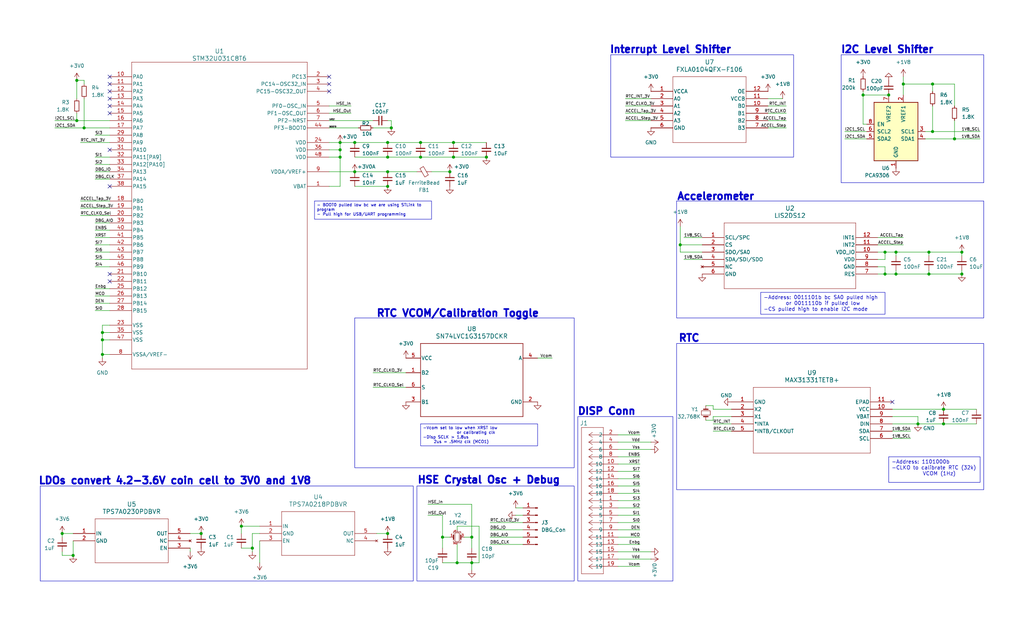
<source format=kicad_sch>
(kicad_sch (version 20231120) (generator "eeschema") (generator_version "8.0")
  (paper "USLegal")
  (title_block (title "MIP Watch") (rev "1.0") (company "ForgetfulDuck"))
  (junction (at 118.11 52.07))
  (junction (at 311.15 87.63))
  (junction (at 323.85 45.72))
  (junction (at 134.62 59.69))
  (junction (at 87.63 190.5))
  (junction (at 35.56 115.57))
  (junction (at 323.85 29.21))
  (junction (at 134.62 54.61))
  (junction (at 313.69 29.21))
  (junction (at 29.21 44.45))
  (junction (at 334.01 95.25))
  (junction (at 334.01 87.63))
  (junction (at 308.61 33.02))
  (junction (at 134.62 64.77))
  (junction (at 156.21 59.69))
  (junction (at 327.66 142.24))
  (junction (at 157.48 49.53))
  (junction (at 158.75 195.58))
  (junction (at 168.91 54.61))
  (junction (at 35.56 118.11))
  (junction (at 146.05 49.53))
  (junction (at 83.82 182.88))
  (junction (at 163.83 186.69))
  (junction (at 311.15 95.25))
  (junction (at 163.83 195.58))
  (junction (at 146.05 54.61))
  (junction (at 307.34 87.63))
  (junction (at 153.67 186.69))
  (junction (at 322.58 95.25))
  (junction (at 331.47 48.26))
  (junction (at 21.59 185.42))
  (junction (at 123.19 59.69))
  (junction (at 157.48 54.61))
  (junction (at 35.56 123.19))
  (junction (at 134.62 185.42))
  (junction (at 26.67 27.94))
  (junction (at 25.4 193.04))
  (junction (at 26.67 41.91))
  (junction (at 69.85 185.42))
  (junction (at 322.58 87.63))
  (junction (at 236.22 85.09))
  (junction (at 299.72 33.02))
  (junction (at 307.34 95.25))
  (junction (at 123.19 49.53))
  (junction (at 318.77 147.32))
  (junction (at 135.89 44.45))
  (junction (at 118.11 54.61))
  (junction (at 118.11 49.53))
  (junction (at 327.66 147.32))
  (junction (at 134.62 49.53))
  (no_connect (at 38.1 95.25))
  (no_connect (at 38.1 29.21))
  (no_connect (at 38.1 52.07))
  (no_connect (at 309.88 139.7))
  (no_connect (at 114.3 26.67))
  (no_connect (at 38.1 26.67))
  (no_connect (at 38.1 31.75))
  (no_connect (at 38.1 64.77))
  (no_connect (at 114.3 29.21))
  (no_connect (at 38.1 34.29))
  (no_connect (at 38.1 39.37))
  (no_connect (at 38.1 97.79))
  (no_connect (at 38.1 36.83))
  (no_connect (at 114.3 31.75))
  (wire (pts (xy 87.63 185.42) (xy 90.17 185.42)))
  (wire (pts (xy 299.72 33.02) (xy 299.72 43.18)))
  (wire (pts (xy 25.4 187.96) (xy 25.4 193.04)))
  (wire (pts (xy 339.09 147.32) (xy 327.66 147.32)))
  (wire (pts (xy 134.62 185.42) (xy 130.81 185.42)))
  (wire (pts (xy 87.63 190.5) (xy 87.63 185.42)))
  (wire (pts (xy 236.22 87.63) (xy 243.84 87.63)))
  (wire (pts (xy 35.56 115.57) (xy 35.56 118.11)))
  (wire (pts (xy 307.34 90.17) (xy 307.34 87.63)))
  (wire (pts (xy 90.17 187.96) (xy 90.17 195.58)))
  (wire (pts (xy 322.58 95.25) (xy 334.01 95.25)))
  (wire (pts (xy 323.85 45.72) (xy 321.31 45.72)))
  (wire (pts (xy 33.02 82.55) (xy 38.1 82.55)))
  (wire (pts (xy 170.18 184.15) (xy 181.61 184.15)))
  (wire (pts (xy 222.25 181.61) (xy 214.63 181.61)))
  (wire (pts (xy 318.77 144.78) (xy 318.77 147.32)))
  (wire (pts (xy 21.59 191.77) (xy 21.59 193.04)))
  (wire (pts (xy 334.01 95.25) (xy 334.01 93.98)))
  (wire (pts (xy 21.59 185.42) (xy 21.59 186.69)))
  (wire (pts (xy 222.25 176.53) (xy 214.63 176.53)))
  (wire (pts (xy 33.02 80.01) (xy 38.1 80.01)))
  (wire (pts (xy 26.67 27.94) (xy 29.21 27.94)))
  (wire (pts (xy 134.62 41.91) (xy 135.89 41.91)))
  (wire (pts (xy 311.15 93.98) (xy 311.15 95.25)))
  (wire (pts (xy 313.69 29.21) (xy 313.69 33.02)))
  (wire (pts (xy 118.11 54.61) (xy 118.11 52.07)))
  (wire (pts (xy 340.36 45.72) (xy 323.85 45.72)))
  (wire (pts (xy 35.56 123.19) (xy 35.56 124.46)))
  (wire (pts (xy 153.67 195.58) (xy 158.75 195.58)))
  (wire (pts (xy 25.4 185.42) (xy 21.59 185.42)))
  (wire (pts (xy 226.06 194.31) (xy 214.63 194.31)))
  (wire (pts (xy 217.17 41.91) (xy 226.06 41.91)))
  (wire (pts (xy 222.25 163.83) (xy 214.63 163.83)))
  (wire (pts (xy 222.25 158.75) (xy 214.63 158.75)))
  (wire (pts (xy 299.72 43.18) (xy 300.99 43.18)))
  (wire (pts (xy 153.67 186.69) (xy 156.21 186.69)))
  (wire (pts (xy 222.25 184.15) (xy 214.63 184.15)))
  (wire (pts (xy 300.99 48.26) (xy 293.37 48.26)))
  (wire (pts (xy 33.02 102.87) (xy 38.1 102.87)))
  (wire (pts (xy 33.02 77.47) (xy 38.1 77.47)))
  (wire (pts (xy 222.25 196.85) (xy 214.63 196.85)))
  (wire (pts (xy 222.25 166.37) (xy 214.63 166.37)))
  (wire (pts (xy 217.17 36.83) (xy 226.06 36.83)))
  (wire (pts (xy 254 149.86) (xy 247.65 149.86)))
  (wire (pts (xy 33.02 87.63) (xy 38.1 87.63)))
  (wire (pts (xy 33.02 62.23) (xy 38.1 62.23)))
  (wire (pts (xy 35.56 115.57) (xy 38.1 115.57)))
  (wire (pts (xy 170.18 189.23) (xy 181.61 189.23)))
  (wire (pts (xy 158.75 182.88) (xy 166.37 182.88)))
  (wire (pts (xy 149.86 59.69) (xy 156.21 59.69)))
  (wire (pts (xy 245.11 140.97) (xy 247.65 140.97)))
  (wire (pts (xy 331.47 41.91) (xy 331.47 48.26)))
  (wire (pts (xy 83.82 182.88) (xy 83.82 185.42)))
  (wire (pts (xy 33.02 107.95) (xy 38.1 107.95)))
  (wire (pts (xy 237.49 90.17) (xy 243.84 90.17)))
  (wire (pts (xy 38.1 72.39) (xy 27.94 72.39)))
  (wire (pts (xy 316.23 152.4) (xy 309.88 152.4)))
  (wire (pts (xy 153.67 190.5) (xy 153.67 186.69)))
  (wire (pts (xy 181.61 176.53) (xy 179.07 176.53)))
  (wire (pts (xy 247.65 142.24) (xy 254 142.24)))
  (wire (pts (xy 247.65 140.97) (xy 247.65 142.24)))
  (wire (pts (xy 236.22 78.74) (xy 236.22 85.09)))
  (wire (pts (xy 191.77 124.46) (xy 186.69 124.46)))
  (wire (pts (xy 148.59 179.07) (xy 153.67 179.07)))
  (wire (pts (xy 123.19 59.69) (xy 134.62 59.69)))
  (wire (pts (xy 313.69 29.21) (xy 323.85 29.21)))
  (wire (pts (xy 222.25 173.99) (xy 214.63 173.99)))
  (wire (pts (xy 33.02 90.17) (xy 38.1 90.17)))
  (wire (pts (xy 222.25 189.23) (xy 214.63 189.23)))
  (wire (pts (xy 26.67 34.29) (xy 26.67 27.94)))
  (wire (pts (xy 66.04 190.5) (xy 66.04 191.77)))
  (wire (pts (xy 323.85 29.21) (xy 323.85 31.75)))
  (wire (pts (xy 331.47 36.83) (xy 331.47 29.21)))
  (wire (pts (xy 21.59 193.04) (xy 25.4 193.04)))
  (wire (pts (xy 118.11 64.77) (xy 118.11 54.61)))
  (wire (pts (xy 33.02 85.09) (xy 38.1 85.09)))
  (wire (pts (xy 134.62 54.61) (xy 146.05 54.61)))
  (wire (pts (xy 153.67 179.07) (xy 153.67 186.69)))
  (wire (pts (xy 33.02 59.69) (xy 38.1 59.69)))
  (wire (pts (xy 163.83 198.12) (xy 163.83 195.58)))
  (wire (pts (xy 166.37 195.58) (xy 163.83 195.58)))
  (wire (pts (xy 217.17 39.37) (xy 226.06 39.37)))
  (wire (pts (xy 254 147.32) (xy 247.65 147.32)))
  (wire (pts (xy 134.62 59.69) (xy 144.78 59.69)))
  (wire (pts (xy 83.82 190.5) (xy 87.63 190.5)))
  (wire (pts (xy 307.34 87.63) (xy 311.15 87.63)))
  (wire (pts (xy 245.11 146.05) (xy 247.65 146.05)))
  (wire (pts (xy 300.99 45.72) (xy 293.37 45.72)))
  (wire (pts (xy 309.88 147.32) (xy 318.77 147.32)))
  (wire (pts (xy 38.1 113.03) (xy 35.56 113.03)))
  (wire (pts (xy 114.3 59.69) (xy 123.19 59.69)))
  (wire (pts (xy 33.02 100.33) (xy 38.1 100.33)))
  (wire (pts (xy 222.25 171.45) (xy 214.63 171.45)))
  (wire (pts (xy 273.05 41.91) (xy 266.7 41.91)))
  (wire (pts (xy 33.02 46.99) (xy 38.1 46.99)))
  (wire (pts (xy 35.56 113.03) (xy 35.56 115.57)))
  (wire (pts (xy 163.83 175.26) (xy 163.83 186.69)))
  (wire (pts (xy 33.02 57.15) (xy 38.1 57.15)))
  (wire (pts (xy 304.8 90.17) (xy 307.34 90.17)))
  (wire (pts (xy 114.3 49.53) (xy 118.11 49.53)))
  (wire (pts (xy 123.19 49.53) (xy 134.62 49.53)))
  (wire (pts (xy 66.04 185.42) (xy 69.85 185.42)))
  (wire (pts (xy 304.8 87.63) (xy 307.34 87.63)))
  (wire (pts (xy 318.77 144.78) (xy 309.88 144.78)))
  (wire (pts (xy 247.65 144.78) (xy 254 144.78)))
  (wire (pts (xy 148.59 175.26) (xy 163.83 175.26)))
  (wire (pts (xy 123.19 54.61) (xy 134.62 54.61)))
  (wire (pts (xy 217.17 34.29) (xy 226.06 34.29)))
  (wire (pts (xy 129.54 129.54) (xy 140.97 129.54)))
  (wire (pts (xy 170.18 186.69) (xy 181.61 186.69)))
  (wire (pts (xy 33.02 105.41) (xy 38.1 105.41)))
  (wire (pts (xy 236.22 85.09) (xy 236.22 87.63)))
  (wire (pts (xy 311.15 87.63) (xy 311.15 88.9)))
  (wire (pts (xy 158.75 195.58) (xy 163.83 195.58)))
  (wire (pts (xy 114.3 52.07) (xy 118.11 52.07)))
  (wire (pts (xy 334.01 87.63) (xy 334.01 88.9)))
  (wire (pts (xy 273.05 44.45) (xy 266.7 44.45)))
  (wire (pts (xy 33.02 54.61) (xy 38.1 54.61)))
  (wire (pts (xy 38.1 69.85) (xy 27.94 69.85)))
  (wire (pts (xy 307.34 95.25) (xy 311.15 95.25)))
  (wire (pts (xy 321.31 48.26) (xy 331.47 48.26)))
  (wire (pts (xy 339.09 142.24) (xy 327.66 142.24)))
  (wire (pts (xy 226.06 191.77) (xy 214.63 191.77)))
  (wire (pts (xy 170.18 181.61) (xy 181.61 181.61)))
  (wire (pts (xy 135.89 41.91) (xy 135.89 44.45)))
  (wire (pts (xy 322.58 93.98) (xy 322.58 95.25)))
  (wire (pts (xy 266.7 34.29) (xy 271.78 34.29)))
  (wire (pts (xy 237.49 82.55) (xy 243.84 82.55)))
  (wire (pts (xy 35.56 118.11) (xy 35.56 123.19)))
  (wire (pts (xy 38.1 123.19) (xy 35.56 123.19)))
  (wire (pts (xy 114.3 54.61) (xy 118.11 54.61)))
  (wire (pts (xy 158.75 182.88) (xy 158.75 184.15)))
  (wire (pts (xy 166.37 182.88) (xy 166.37 195.58)))
  (wire (pts (xy 26.67 39.37) (xy 26.67 41.91)))
  (wire (pts (xy 222.25 186.69) (xy 214.63 186.69)))
  (wire (pts (xy 146.05 49.53) (xy 157.48 49.53)))
  (wire (pts (xy 307.34 95.25) (xy 304.8 95.25)))
  (wire (pts (xy 29.21 34.29) (xy 29.21 44.45)))
  (wire (pts (xy 307.34 92.71) (xy 307.34 95.25)))
  (wire (pts (xy 157.48 54.61) (xy 168.91 54.61)))
  (wire (pts (xy 322.58 87.63) (xy 322.58 88.9)))
  (wire (pts (xy 35.56 118.11) (xy 38.1 118.11)))
  (wire (pts (xy 90.17 182.88) (xy 83.82 182.88)))
  (wire (pts (xy 114.3 36.83) (xy 121.92 36.83)))
  (wire (pts (xy 33.02 92.71) (xy 38.1 92.71)))
  (wire (pts (xy 38.1 49.53) (xy 27.94 49.53)))
  (wire (pts (xy 87.63 191.77) (xy 87.63 190.5)))
  (wire (pts (xy 157.48 49.53) (xy 168.91 49.53)))
  (wire (pts (xy 222.25 168.91) (xy 214.63 168.91)))
  (wire (pts (xy 181.61 179.07) (xy 179.07 179.07)))
  (wire (pts (xy 273.05 36.83) (xy 266.7 36.83)))
  (wire (pts (xy 304.8 85.09) (xy 313.69 85.09)))
  (wire (pts (xy 129.54 134.62) (xy 140.97 134.62)))
  (wire (pts (xy 123.19 64.77) (xy 134.62 64.77)))
  (wire (pts (xy 311.15 87.63) (xy 322.58 87.63)))
  (wire (pts (xy 309.88 142.24) (xy 327.66 142.24)))
  (wire (pts (xy 114.3 39.37) (xy 121.92 39.37)))
  (wire (pts (xy 146.05 54.61) (xy 157.48 54.61)))
  (wire (pts (xy 118.11 49.53) (xy 123.19 49.53)))
  (wire (pts (xy 299.72 31.75) (xy 299.72 33.02)))
  (wire (pts (xy 331.47 29.21) (xy 323.85 29.21)))
  (wire (pts (xy 304.8 82.55) (xy 313.69 82.55)))
  (wire (pts (xy 318.77 147.32) (xy 327.66 147.32)))
  (wire (pts (xy 118.11 52.07) (xy 118.11 49.53)))
  (wire (pts (xy 304.8 92.71) (xy 307.34 92.71)))
  (wire (pts (xy 331.47 48.26) (xy 340.36 48.26)))
  (wire (pts (xy 114.3 64.77) (xy 118.11 64.77)))
  (wire (pts (xy 247.65 144.78) (xy 247.65 146.05)))
  (wire (pts (xy 273.05 39.37) (xy 266.7 39.37)))
  (wire (pts (xy 158.75 189.23) (xy 158.75 195.58)))
  (wire (pts (xy 163.83 190.5) (xy 163.83 186.69)))
  (wire (pts (xy 19.05 41.91) (xy 26.67 41.91)))
  (wire (pts (xy 226.06 153.67) (xy 214.63 153.67)))
  (wire (pts (xy 114.3 41.91) (xy 129.54 41.91)))
  (wire (pts (xy 308.61 33.02) (xy 299.72 33.02)))
  (wire (pts (xy 114.3 44.45) (xy 124.46 44.45)))
  (wire (pts (xy 311.15 95.25) (xy 322.58 95.25)))
  (wire (pts (xy 313.69 26.67) (xy 313.69 29.21)))
  (wire (pts (xy 19.05 44.45) (xy 29.21 44.45)))
  (wire (pts (xy 222.25 179.07) (xy 214.63 179.07)))
  (wire (pts (xy 226.06 156.21) (xy 214.63 156.21)))
  (wire (pts (xy 222.25 161.29) (xy 214.63 161.29)))
  (wire (pts (xy 222.25 151.13) (xy 214.63 151.13)))
  (wire (pts (xy 27.94 74.93) (xy 38.1 74.93)))
  (wire (pts (xy 323.85 36.83) (xy 323.85 45.72)))
  (wire (pts (xy 322.58 87.63) (xy 334.01 87.63)))
  (wire (pts (xy 29.21 44.45) (xy 38.1 44.45)))
  (wire (pts (xy 29.21 27.94) (xy 29.21 29.21)))
  (wire (pts (xy 134.62 49.53) (xy 146.05 49.53)))
  (wire (pts (xy 316.23 149.86) (xy 309.88 149.86)))
  (wire (pts (xy 26.67 41.91) (xy 38.1 41.91)))
  (wire (pts (xy 236.22 85.09) (xy 243.84 85.09)))
  (wire (pts (xy 161.29 186.69) (xy 163.83 186.69)))
  (wire (pts (xy 129.54 44.45) (xy 135.89 44.45)))
  (rectangle (start 292.1 19.05) (end 341.63 63.5))
  (rectangle (start 212.09 19.05) (end 275.59 54.61))
  (rectangle (start 234.95 69.85) (end 341.63 110.49))
  (rectangle (start 200.66 144.78) (end 233.68 201.93))
  (rectangle (start 234.95 119.38) (end 341.63 170.18))
  (rectangle (start 123.19 110.49) (end 199.39 162.56))
  (rectangle (start 13.97 168.91) (end 143.51 201.93))
  (rectangle (start 144.78 168.91) (end 199.39 201.93))
  (text_box "-Vcom set to low when XRST low\n			or calibrating clk\n-Disp SCLK > 1.8us\n	2us = .5MHz clk (MCO1)" (at 146.05 147.32 0) (size 40.64 7.62) (effects (font (size 1 1)) (justify left top)))
  (text_box "-Address: 1101000b\n-CLKO to calibrate RTC (32k)\n  		 VCOM (1Hz)" (at 308.61 158.75 0) (size 31.75 8.89) (effects (font (size 1.27 1.27)) (justify left top)))
  (text_box "-Address: 0011101b bc SA0 pulled high\n	   or 0011110b if pulled low\n-CS pulled high to enable I2C mode" (at 264.16 101.6 0) (size 43.18 7.62) (effects (font (size 1.27 1.27)) (justify left top)))
  (text_box "- BOOT0 pulled low bc we are using STLink to program\n- Pull high for USB/UART programming" (at 109.22 69.85 0) (size 40.64 6.35) (effects (font (size 1 1)) (justify left top)))
  (text "LDOs convert 4.2-3.6V coin cell to 3V0 and 1V8" (at 13.208 168.656 0) (effects (font (size 2.5 2.5) (thickness 0.6) (bold yes)) (justify left bottom)))
  (text "HSE Crystal Osc + Debug" (at 144.78 168.402 0) (effects (font (size 2.5 2.5) (thickness 0.6) (bold yes)) (justify left bottom)))
  (text "I2C Level Shifter" (at 291.846 18.796 0) (effects (font (size 2.5 2.5) (thickness 0.6) (bold yes)) (justify left bottom)))
  (text "RTC" (at 235.458 119.126 0) (effects (font (size 2.5 2.5) (thickness 0.6) (bold yes)) (justify left bottom)))
  (text "Interrupt Level Shifter" (at 211.582 18.796 0) (effects (font (size 2.5 2.5) (thickness 0.6) (bold yes)) (justify left bottom)))
  (text "RTC VCOM/Calibration Toggle" (at 130.556 110.49 0) (effects (font (size 2.5 2.5) (thickness 0.6) (bold yes)) (justify left bottom)))
  (text "DISP Conn" (at 200.406 144.526 0) (effects (font (size 2.5 2.5) (thickness 0.6) (bold yes)) (justify left bottom)))
  (text "Accelerometer" (at 234.95 69.85 0) (effects (font (size 2.5 2.5) (thickness 0.6) (bold yes)) (justify left bottom)))
  (label "SI4" (at 222.25 171.45 180) (effects (font (size 1 1))))
  (label "SI7" (at 33.02 85.09 0) (effects (font (size 1 1))))
  (label "ACCEL_Tap_3V" (at 217.17 39.37 0) (effects (font (size 1 1))))
  (label "SI6" (at 222.25 166.37 180) (effects (font (size 1 1))))
  (label "XRST" (at 33.02 82.55 0) (effects (font (size 1 1))))
  (label "I2C1_SDA" (at 293.37 48.26 0) (effects (font (size 1 1))))
  (label "MCO" (at 33.02 102.87 0) (effects (font (size 1 1))))
  (label "Vss" (at 222.25 156.21 180) (effects (font (size 1 1))))
  (label "HSE_Out" (at 121.92 39.37 180) (effects (font (size 1 1))))
  (label "HSE_In" (at 121.92 36.83 180) (effects (font (size 1 1))))
  (label "ENBS" (at 222.25 158.75 180) (effects (font (size 1 1))))
  (label "Enbg" (at 33.02 100.33 0) (effects (font (size 1 1))))
  (label "HSE_Out" (at 148.59 179.07 0) (effects (font (size 1 1))))
  (label "Vcom" (at 222.25 151.13 180) (effects (font (size 1 1))))
  (label "RTC_CLKO_3V" (at 129.54 129.54 0) (effects (font (size 1 1))))
  (label "DBG_IO" (at 170.18 184.15 0) (effects (font (size 1 1))))
  (label "RTC_CLKO_3V" (at 170.18 181.61 0) (effects (font (size 1 1))))
  (label "ACCEL_Tap_3V" (at 27.94 69.85 0) (effects (font (size 1 1))))
  (label "Vdd" (at 222.25 194.31 180) (effects (font (size 1 1))))
  (label "RTC_CLKO_Sel" (at 129.54 134.62 0) (effects (font (size 1 1))))
  (label "SI2" (at 222.25 176.53 180) (effects (font (size 1 1))))
  (label "RTC_INT_3V" (at 27.94 49.53 0) (effects (font (size 1 1))))
  (label "Vss" (at 222.25 191.77 180) (effects (font (size 1 1))))
  (label "DBG_CLK" (at 33.02 62.23 0) (effects (font (size 1 1))))
  (label "SI3" (at 222.25 173.99 180) (effects (font (size 1 1))))
  (label "SI3" (at 33.02 46.99 0) (effects (font (size 1 1))))
  (label "HSE_In" (at 148.59 175.26 0) (effects (font (size 1 1))))
  (label "DBG_AIO" (at 33.02 77.47 0) (effects (font (size 1 1))))
  (label "ACCEL_Step" (at 273.05 44.45 180) (effects (font (size 1 1))))
  (label "SI0" (at 222.25 181.61 180) (effects (font (size 1 1))))
  (label "1V8_SDA" (at 316.23 149.86 180) (effects (font (size 1 1))))
  (label "I2C1_SCL" (at 19.05 41.91 0) (effects (font (size 1 1))))
  (label "1V8_SCL" (at 316.23 152.4 180) (effects (font (size 1 1))))
  (label "DEN" (at 33.02 105.41 0) (effects (font (size 1 1))))
  (label "1V8_SCL" (at 237.49 82.55 0) (effects (font (size 1 1))))
  (label "I2C1_SDA" (at 19.05 44.45 0) (effects (font (size 1 1))))
  (label "SI2" (at 33.02 57.15 0) (effects (font (size 1 1))))
  (label "ACCEL_Tap" (at 273.05 41.91 180) (effects (font (size 1 1))))
  (label "1V8_SDA" (at 237.49 90.17 0) (effects (font (size 1 1))))
  (label "RTC_CLKO" (at 247.65 149.86 0) (effects (font (size 1 1))))
  (label "RTC_INT" (at 273.05 36.83 180) (effects (font (size 1 1))))
  (label "I2C1_SCL" (at 293.37 45.72 0) (effects (font (size 1 1))))
  (label "DBG_CLK" (at 170.18 189.23 0) (effects (font (size 1 1))))
  (label "1V8_SCL" (at 340.36 45.72 180) (effects (font (size 1 1))))
  (label "BOOT0" (at 114.3 44.45 0) (effects (font (size 0.5 0.5))))
  (label "1V8_SDA" (at 340.36 48.26 180) (effects (font (size 1 1))))
  (label "DBG_AIO" (at 170.18 186.69 0) (effects (font (size 1 1))))
  (label "SI4" (at 33.02 92.71 0) (effects (font (size 1 1))))
  (label "SI1" (at 222.25 179.07 180) (effects (font (size 1 1))))
  (label "RTC_CLKO_Sel" (at 27.94 74.93 0) (effects (font (size 1 1))))
  (label "SI5" (at 33.02 90.17 0) (effects (font (size 1 1))))
  (label "ACCEL_Tap" (at 313.69 82.55 180) (effects (font (size 1 1))))
  (label "SI7" (at 222.25 163.83 180) (effects (font (size 1 1))))
  (label "ENBS" (at 33.02 80.01 0) (effects (font (size 1 1))))
  (label "Vcom" (at 222.25 196.85 180) (effects (font (size 0.9525 0.9525))))
  (label "MCO" (at 222.25 186.69 180) (effects (font (size 1 1))))
  (label "RTC_CLKO_3V" (at 217.17 36.83 0) (effects (font (size 1 1))))
  (label "RTC_INT" (at 247.65 147.32 0) (effects (font (size 1 1))))
  (label "ACCEL_Step_3V" (at 217.17 41.91 0) (effects (font (size 1 1))))
  (label "ACCEL_Step" (at 313.69 85.09 180) (effects (font (size 1 1))))
  (label "DEN" (at 222.25 184.15 180) (effects (font (size 1 1))))
  (label "SI6" (at 33.02 87.63 0) (effects (font (size 1 1))))
  (label "ACCEL_Step_3V" (at 27.94 72.39 0) (effects (font (size 1 1))))
  (label "RTC_CLKO" (at 273.05 39.37 180) (effects (font (size 1 1))))
  (label "SI1" (at 33.02 54.61 0) (effects (font (size 1 1))))
  (label "DBG_IO" (at 33.02 59.69 0) (effects (font (size 1 1))))
  (label "SI0" (at 33.02 107.95 0) (effects (font (size 1 1))))
  (label "XRST" (at 222.25 161.29 180) (effects (font (size 1 1))))
  (label "NRST" (at 114.3 41.91 0) (effects (font (size 0.5 0.5))))
  (label "RTC_INT_3V" (at 217.17 34.29 0) (effects (font (size 1 1))))
  (label "SI5" (at 222.25 168.91 180) (effects (font (size 1 1))))
  (label "Vdd" (at 222.25 153.67 180) (effects (font (size 1 1))))
  (label "Vcom" (at 191.77 124.46 180) (effects (font (size 1 1))))
  (label "Enbg" (at 222.25 189.23 180) (effects (font (size 1 1))))
  (symbol (lib_id "power:GND") (at 243.84 95.25 0) (unit 1)
    (property "Reference" "#PWR014" (effects (hide yes)))
    (property "Value" "GND" (effects (hide yes)))
    (property "Description" "Power symbol creates a global label with name \"GND\" , ground" (effects (hide yes)))
  )
  (symbol (lib_id "power:+3V8") (at 66.04 191.77 180) (unit 1)
    (property "Reference" "#PWR05" (effects (hide yes)))
    (property "Value" "+3V6" (at 66.04 196.85 0))
    (property "Description" "Power symbol creates a global label with name \"+3V8\"" (effects (hide yes)))
  )
  (symbol (lib_id "power:+1V8") (at 236.22 78.74 0) (unit 1)
    (property "Reference" "#PWR015" (effects (hide yes)))
    (property "Value" "+1V8" (at 236.22 73.66 0))
    (property "Description" "Power symbol creates a global label with name \"+1V8\"" (effects (hide yes)))
  )
  (symbol (lib_id "Device:C_Small") (at 132.08 41.91 90) (unit 1)
    (property "Reference" "C17" (at 132.08 36.576 90))
    (property "Value" "100nF" (at 132.08 38.862 90))
    (property "Footprint" "Capacitor_SMD:C_0402_1005Metric" (effects (hide yes)))
    (property "Description" "Unpolarized capacitor, small symbol" (effects (hide yes)))
  )
  (symbol (lib_id "power:GND") (at 318.77 147.32 0) (mirror y) (unit 1)
    (property "Reference" "#PWR016" (effects (hide yes)))
    (property "Value" "GND" (at 322.58 148.844 0))
    (property "Description" "Power symbol creates a global label with name \"GND\" , ground" (effects (hide yes)))
  )
  (symbol (lib_id "power:GND") (at 25.4 193.04 0) (unit 1)
    (property "Reference" "#PWR02" (effects (hide yes)))
    (property "Value" "GND" (effects (hide yes)))
    (property "Description" "Power symbol creates a global label with name \"GND\" , ground" (effects (hide yes)))
  )
  (symbol (lib_id "power:GND") (at 254 139.7 270) (unit 1)
    (property "Reference" "#PWR048" (effects (hide yes)))
    (property "Value" "GND" (at 252.222 137.414 90))
    (property "Description" "Power symbol creates a global label with name \"GND\" , ground" (effects (hide yes)))
  )
  (symbol (lib_id "power:+3V0") (at 226.06 153.67 270) (unit 1)
    (property "Reference" "#PWR034" (effects (hide yes)))
    (property "Value" "+3V0" (at 227.076 152.4 0) (effects (justify right)))
    (property "Description" "Power symbol creates a global label with name \"+3V0\"" (effects (hide yes)))
  )
  (symbol (lib_id "power:+3V0") (at 140.97 124.46 0) (mirror y) (unit 1)
    (property "Reference" "#PWR031" (effects (hide yes)))
    (property "Value" "+3V0" (at 140.97 119.38 0))
    (property "Description" "Power symbol creates a global label with name \"+3V0\"" (effects (hide yes)))
  )
  (symbol (lib_id "power:GND") (at 186.69 139.7 0) (unit 1)
    (property "Reference" "#PWR042" (effects (hide yes)))
    (property "Value" "GND" (effects (hide yes)))
    (property "Description" "Power symbol creates a global label with name \"GND\" , ground" (effects (hide yes)))
  )
  (symbol (lib_id "power:GND") (at 308.61 27.94 0) (mirror x) (unit 1)
    (property "Reference" "#PWR045" (effects (hide yes)))
    (property "Value" "GND" (effects (hide yes)))
    (property "Description" "Power symbol creates a global label with name \"GND\" , ground" (effects (hide yes)))
  )
  (symbol (lib_id "power:GND") (at 334.01 95.25 0) (unit 1)
    (property "Reference" "#PWR07" (effects (hide yes)))
    (property "Value" "GND" (effects (hide yes)))
    (property "Description" "Power symbol creates a global label with name \"GND\" , ground" (effects (hide yes)))
  )
  (symbol (lib_id "LIS2DS12:LIS2DS12") (at 243.84 82.55 0) (unit 1)
    (property "Reference" "U2" (at 274.32 72.39 0) (effects (font (size 1.524 1.524))))
    (property "Value" "LIS2DS12" (at 274.32 74.93 0) (effects (font (size 1.524 1.524))))
    (property "Footprint" "LIS2DS12:LGA-12_2X2X0P86_STM" (effects (hide yes)))
    (property "Datasheet" "LIS2DS12" (effects (hide yes)))
  )
  (symbol (lib_id "power:+3V0") (at 226.06 194.31 270) (mirror x) (unit 1)
    (property "Reference" "#PWR035" (effects (hide yes)))
    (property "Value" "+3V0" (at 227.33 195.58 0) (effects (justify right)))
    (property "Description" "Power symbol creates a global label with name \"+3V0\"" (effects (hide yes)))
  )
  (symbol (lib_id "power:GND") (at 226.06 44.45 0) (unit 1)
    (property "Reference" "#PWR038" (effects (hide yes)))
    (property "Value" "GND" (at 226.06 49.53 0))
    (property "Description" "Power symbol creates a global label with name \"GND\" , ground" (effects (hide yes)))
  )
  (symbol (lib_id "Device:C_Small") (at 123.19 52.07 0) (unit 1)
    (property "Reference" "C9" (at 125.73 50.8062 0) (effects (justify left)))
    (property "Value" "100nF" (at 125.73 53.3462 0) (effects (justify left)))
    (property "Footprint" "Capacitor_SMD:C_0402_1005Metric" (effects (hide yes)))
    (property "Description" "Unpolarized capacitor, small symbol" (effects (hide yes)))
  )
  (symbol (lib_id "power:+1V8") (at 134.62 185.42 0) (unit 1)
    (property "Reference" "#PWR09" (effects (hide yes)))
    (property "Value" "+1V8" (at 134.62 180.34 0))
    (property "Description" "Power symbol creates a global label with name \"+1V8\"" (effects (hide yes)))
  )
  (symbol (lib_id "Device:C_Small") (at 311.15 91.44 0) (unit 1)
    (property "Reference" "C5" (at 313.69 90.1762 0) (effects (justify left)))
    (property "Value" "100nF" (at 313.69 92.7162 0) (effects (justify left)))
    (property "Footprint" "Capacitor_SMD:C_0402_1005Metric" (effects (hide yes)))
    (property "Description" "Unpolarized capacitor, small symbol" (effects (hide yes)))
  )
  (symbol (lib_id "power:GND") (at 226.06 156.21 90) (mirror x) (unit 1)
    (property "Reference" "#PWR037" (effects (hide yes)))
    (property "Value" "GND" (effects (hide yes)))
    (property "Description" "Power symbol creates a global label with name \"GND\" , ground" (effects (hide yes)))
  )
  (symbol (lib_id "FPC 19-pin, 0.3mm pitch:FH35C-19S-0.3SHW99") (at 214.63 151.13 0) (mirror y) (unit 1)
    (property "Reference" "J1" (at 204.216 147.066 0) (effects (font (size 1.524 1.524)) (justify left)))
    (property "Value" "FH35C-19S-0.3SHW99" (effects (hide yes)))
    (property "Footprint" "FPC 19-pin, 0.3mm pitch:CONN19_FH35C-19S-0.3SHW99_HIR" (effects (hide yes)))
    (property "Datasheet" "FH35C-19S-0.3SHW99" (effects (hide yes)))
  )
  (symbol (lib_id "Interface:PCA9306") (at 311.15 45.72 0) (mirror y) (unit 1)
    (property "Reference" "U6" (at 308.9559 58.42 0) (effects (justify left)))
    (property "Value" "PCA9306" (at 308.9559 60.96 0) (effects (justify left)))
    (property "Footprint" "Package_SO:SSOP-8_2.95x2.8mm_P0.65mm" (effects (hide yes)))
    (property "Datasheet" "http://www.ti.com/lit/ds/symlink/pca9306.pdf" (effects (hide yes)))
    (property "Description" "Dual bidirectional I2C Bus and SMBus voltage level translator" (effects (hide yes)))
  )
  (symbol (lib_id "power:GND") (at 35.56 124.46 0) (unit 1)
    (property "Reference" "#PWR026" (effects (hide yes)))
    (property "Value" "GND" (at 35.56 129.54 0))
    (property "Description" "Power symbol creates a global label with name \"GND\" , ground" (effects (hide yes)))
  )
  (symbol (lib_id "power:+3V0") (at 26.67 27.94 0) (unit 1)
    (property "Reference" "#PWR030" (effects (hide yes)))
    (property "Value" "+3V0" (at 26.67 22.86 0))
    (property "Description" "Power symbol creates a global label with name \"+3V0\"" (effects (hide yes)))
  )
  (symbol (lib_id "power:+3V8") (at 21.59 185.42 0) (unit 1)
    (property "Reference" "#PWR010" (effects (hide yes)))
    (property "Value" "+3V6" (at 21.59 180.34 0))
    (property "Description" "Power symbol creates a global label with name \"+3V8\"" (effects (hide yes)))
  )
  (symbol (lib_id "power:+3V0") (at 179.07 176.53 0) (mirror y) (unit 1)
    (property "Reference" "#PWR032" (effects (hide yes)))
    (property "Value" "+3V6" (at 179.07 171.45 0))
    (property "Description" "Power symbol creates a global label with name \"+3V0\"" (effects (hide yes)))
  )
  (symbol (lib_id "power:GND") (at 140.97 139.7 0) (unit 1)
    (property "Reference" "#PWR025" (effects (hide yes)))
    (property "Value" "GND" (effects (hide yes)))
    (property "Description" "Power symbol creates a global label with name \"GND\" , ground" (effects (hide yes)))
  )
  (symbol (lib_id "power:+3V0") (at 69.85 185.42 0) (unit 1)
    (property "Reference" "#PWR08" (effects (hide yes)))
    (property "Value" "+3V0" (at 69.85 180.34 0))
    (property "Description" "Power symbol creates a global label with name \"+3V0\"" (effects (hide yes)))
  )
  (symbol (lib_id "FXLA0104QFX:FXLA0104QFX-F106") (at 226.06 31.75 0) (unit 1)
    (property "Reference" "U7" (at 246.38 21.59 0) (effects (font (size 1.524 1.524))))
    (property "Value" "FXLA0104QFX-F106" (at 246.38 24.13 0) (effects (font (size 1.524 1.524))))
    (property "Footprint" "FXLA0104QFX:UMLP12_1P7X2_ONS" (effects (hide yes)))
    (property "Datasheet" "FXLA0104QFX-F106" (effects (hide yes)))
  )
  (symbol (lib_id "Device:R_Small") (at 331.47 39.37 0) (unit 1)
    (property "Reference" "R5" (at 334.01 38.0999 0) (effects (justify left)))
    (property "Value" "1.8K" (at 334.01 40.6399 0) (effects (justify left)))
    (property "Footprint" "Resistor_SMD:R_0402_1005Metric" (effects (hide yes)))
    (property "Description" "Resistor, small symbol" (effects (hide yes)))
  )
  (symbol (lib_id "Device:R_Small") (at 29.21 31.75 0) (unit 1)
    (property "Reference" "R4" (at 31.75 30.4799 0) (effects (justify left)))
    (property "Value" "1.8K" (at 31.75 33.0199 0) (effects (justify left)))
    (property "Footprint" "Resistor_SMD:R_0402_1005Metric" (effects (hide yes)))
    (property "Description" "Resistor, small symbol" (effects (hide yes)))
  )
  (symbol (lib_id "power:GND") (at 69.85 190.5 0) (unit 1)
    (property "Reference" "#PWR06" (effects (hide yes)))
    (property "Value" "GND" (effects (hide yes)))
    (property "Description" "Power symbol creates a global label with name \"GND\" , ground" (effects (hide yes)))
  )
  (symbol (lib_id "Device:Crystal_GND24_Small") (at 158.75 186.69 0) (unit 1)
    (property "Reference" "Y2" (at 159.004 179.07 0))
    (property "Value" "16MHz" (at 159.004 181.61 0))
    (property "Footprint" "Crystal:Crystal_SMD_3225-4Pin_3.2x2.5mm" (effects (hide yes)))
    (property "Description" "Four pin crystal, GND on pins 2 and 4, small symbol" (effects (hide yes)))
  )
  (symbol (lib_id "power:+3V8") (at 90.17 195.58 0) (mirror x) (unit 1)
    (property "Reference" "#PWR03" (effects (hide yes)))
    (property "Value" "+3V6" (at 90.17 200.66 0))
    (property "Description" "Power symbol creates a global label with name \"+3V8\"" (effects (hide yes)))
  )
  (symbol (lib_id "Device:C_Small") (at 327.66 144.78 0) (mirror y) (unit 1)
    (property "Reference" "C8" (at 325.12 143.5162 0) (effects (justify left)))
    (property "Value" "1uF" (at 325.12 146.0562 0) (effects (justify left)))
    (property "Footprint" "Capacitor_SMD:C_0402_1005Metric" (effects (hide yes)))
    (property "Description" "Unpolarized capacitor, small symbol" (effects (hide yes)))
  )
  (symbol (lib_id "Device:C_Small") (at 134.62 52.07 0) (unit 1)
    (property "Reference" "C10" (at 137.16 50.8062 0) (effects (justify left)))
    (property "Value" "100nF" (at 137.16 53.3462 0) (effects (justify left)))
    (property "Footprint" "Capacitor_SMD:C_0402_1005Metric" (effects (hide yes)))
    (property "Description" "Unpolarized capacitor, small symbol" (effects (hide yes)))
  )
  (symbol (lib_id "Device:C_Small") (at 157.48 52.07 0) (unit 1)
    (property "Reference" "C12" (at 160.02 50.8062 0) (effects (justify left)))
    (property "Value" "100nF" (at 160.02 53.3462 0) (effects (justify left)))
    (property "Footprint" "Capacitor_SMD:C_0402_1005Metric" (effects (hide yes)))
    (property "Description" "Unpolarized capacitor, small symbol" (effects (hide yes)))
  )
  (symbol (lib_id "Device:C_Small") (at 134.62 62.23 0) (unit 1)
    (property "Reference" "C15" (at 137.16 60.9662 0) (effects (justify left)))
    (property "Value" "1uF" (at 137.16 63.5062 0) (effects (justify left)))
    (property "Footprint" "Capacitor_SMD:C_0402_1005Metric" (effects (hide yes)))
    (property "Description" "Unpolarized capacitor, small symbol" (effects (hide yes)))
  )
  (symbol (lib_id "Device:C_Small") (at 123.19 62.23 0) (unit 1)
    (property "Reference" "C14" (at 125.73 60.9662 0) (effects (justify left)))
    (property "Value" "10nF" (at 125.73 63.5062 0) (effects (justify left)))
    (property "Footprint" "Capacitor_SMD:C_0402_1005Metric" (effects (hide yes)))
    (property "Description" "Unpolarized capacitor, small symbol" (effects (hide yes)))
  )
  (symbol (lib_id "power:+1V8") (at 334.01 87.63 0) (unit 1)
    (property "Reference" "#PWR011" (effects (hide yes)))
    (property "Value" "+1V8" (at 334.01 82.55 0))
    (property "Description" "Power symbol creates a global label with name \"+1V8\"" (effects (hide yes)))
  )
  (symbol (lib_id "power:GND") (at 168.91 54.61 0) (unit 1)
    (property "Reference" "#PWR028" (effects (hide yes)))
    (property "Value" "GND" (effects (hide yes)))
    (property "Description" "Power symbol creates a global label with name \"GND\" , ground" (effects (hide yes)))
  )
  (symbol (lib_id "power:+1V8") (at 327.66 142.24 0) (mirror y) (unit 1)
    (property "Reference" "#PWR017" (effects (hide yes)))
    (property "Value" "+1V8" (at 327.66 137.16 0))
    (property "Description" "Power symbol creates a global label with name \"+1V8\"" (effects (hide yes)))
  )
  (symbol (lib_id "Device:FerriteBead_Small") (at 147.32 59.69 90) (mirror x) (unit 1)
    (property "Reference" "FB1" (at 147.2819 66.04 90))
    (property "Value" "FerriteBead" (at 147.2819 63.5 90))
    (property "Footprint" "Inductor_SMD:L_0603_1608Metric" (effects (hide yes)))
    (property "Description" "Ferrite bead, small symbol" (effects (hide yes)))
  )
  (symbol (lib_id "power:GND") (at 156.21 64.77 0) (unit 1)
    (property "Reference" "#PWR012" (effects (hide yes)))
    (property "Value" "GND" (effects (hide yes)))
    (property "Description" "Power symbol creates a global label with name \"GND\" , ground" (effects (hide yes)))
  )
  (symbol (lib_id "power:+1V8") (at 313.69 26.67 0) (mirror y) (unit 1)
    (property "Reference" "#PWR024" (effects (hide yes)))
    (property "Value" "+1V8" (at 313.69 21.59 0))
    (property "Description" "Power symbol creates a global label with name \"+1V8\"" (effects (hide yes)))
  )
  (symbol (lib_id "power:+1V8") (at 271.78 34.29 0) (unit 1)
    (property "Reference" "#PWR041" (effects (hide yes)))
    (property "Value" "+1V8" (at 271.78 29.21 0))
    (property "Description" "Power symbol creates a global label with name \"+1V8\"" (effects (hide yes)))
  )
  (symbol (lib_id "Device:C_Small") (at 163.83 193.04 0) (unit 1)
    (property "Reference" "C18" (at 167.132 190.754 0) (effects (justify left)))
    (property "Value" "10pF" (at 167.132 193.294 0) (effects (justify left)))
    (property "Footprint" "Capacitor_SMD:C_0402_1005Metric" (effects (hide yes)))
    (property "Description" "Unpolarized capacitor, small symbol" (effects (hide yes)))
  )
  (symbol (lib_id "power:GND") (at 134.62 64.77 0) (unit 1)
    (property "Reference" "#PWR029" (effects (hide yes)))
    (property "Value" "GND" (effects (hide yes)))
    (property "Description" "Power symbol creates a global label with name \"GND\" , ground" (effects (hide yes)))
  )
  (symbol (lib_id "power:GND") (at 134.62 190.5 0) (unit 1)
    (property "Reference" "#PWR018" (effects (hide yes)))
    (property "Value" "GND" (effects (hide yes)))
    (property "Description" "Power symbol creates a global label with name \"GND\" , ground" (effects (hide yes)))
  )
  (symbol (lib_id "Device:R_Small") (at 26.67 36.83 0) (mirror y) (unit 1)
    (property "Reference" "R3" (at 24.13 35.5599 0) (effects (justify left)))
    (property "Value" "1.8K" (at 24.13 38.0999 0) (effects (justify left)))
    (property "Footprint" "Resistor_SMD:R_0402_1005Metric" (effects (hide yes)))
    (property "Description" "Resistor, small symbol" (effects (hide yes)))
  )
  (symbol (lib_id "Device:C_Small") (at 308.61 30.48 0) (mirror y) (unit 1)
    (property "Reference" "C20" (at 306.324 28.194 0) (effects (justify left)))
    (property "Value" "100pF" (at 306.832 30.734 0) (effects (justify left)))
    (property "Footprint" "Capacitor_SMD:C_0402_1005Metric" (effects (hide yes)))
    (property "Description" "Unpolarized capacitor, small symbol" (effects (hide yes)))
  )
  (symbol (lib_id "power:+3V8") (at 83.82 182.88 0) (unit 1)
    (property "Reference" "#PWR04" (effects (hide yes)))
    (property "Value" "+3V6" (at 83.82 177.8 0))
    (property "Description" "Power symbol creates a global label with name \"+3V8\"" (effects (hide yes)))
  )
  (symbol (lib_id "Device:Crystal_Small") (at 245.11 143.51 90) (unit 1)
    (property "Reference" "Y1" (at 242.57 142.2399 90) (effects (justify left)))
    (property "Value" "32.768K" (at 243.332 144.78 90) (effects (justify left)))
    (property "Footprint" "Crystal:Crystal_SMD_2012-2Pin_2.0x1.2mm" (effects (hide yes)))
    (property "Description" "Two pin crystal, small symbol" (effects (hide yes)))
  )
  (symbol (lib_id "power:+3V0") (at 123.19 59.69 0) (unit 1)
    (property "Reference" "#PWR033" (effects (hide yes)))
    (property "Value" "+3V0A" (at 127.254 57.912 0))
    (property "Description" "Power symbol creates a global label with name \"+3V0\"" (effects (hide yes)))
  )
  (symbol (lib_id "MAX31331TETB+:MAX31331TETB+") (at 254 139.7 0) (unit 1)
    (property "Reference" "U9" (at 281.94 129.54 0) (effects (font (size 1.524 1.524))))
    (property "Value" "MAX31331TETB+" (at 281.94 132.08 0) (effects (font (size 1.524 1.524))))
    (property "Footprint" "MAX31331TETB+:21-0137_T1033-1C_MXM" (effects (hide yes)))
    (property "Datasheet" "MAX31331TETB+" (effects (hide yes)))
  )
  (symbol (lib_id "Device:C_Small") (at 156.21 62.23 0) (unit 1)
    (property "Reference" "C16" (at 158.75 60.9662 0) (effects (justify left)))
    (property "Value" "1uF" (at 158.75 63.5062 0) (effects (justify left)))
    (property "Footprint" "Capacitor_SMD:C_0402_1005Metric" (effects (hide yes)))
    (property "Description" "Unpolarized capacitor, small symbol" (effects (hide yes)))
  )
  (symbol (lib_name "SN74LVC1G3157DCKR_1") (lib_id "SN74LVC1G3157DCKR:SN74LVC1G3157DCKR") (at 163.83 132.08 0) (unit 1)
    (property "Reference" "U8" (at 163.83 114.3 0) (effects (font (size 1.524 1.524))))
    (property "Value" "SN74LVC1G3157DCKR" (at 163.83 116.84 0) (effects (font (size 1.524 1.524))))
    (property "Footprint" "SN74LVC1G3157DCKR:DCK0006A_N" (effects (hide yes)))
    (property "Datasheet" "SN74LVC1G3157DCKR" (effects (hide yes)))
  )
  (symbol (lib_id "power:GND") (at 163.83 198.12 0) (unit 1)
    (property "Reference" "#PWR019" (effects (hide yes)))
    (property "Value" "GND" (effects (hide yes)))
    (property "Description" "Power symbol creates a global label with name \"GND\" , ground" (effects (hide yes)))
  )
  (symbol (lib_id "power:+3V0") (at 118.11 49.53 0) (unit 1)
    (property "Reference" "#PWR027" (effects (hide yes)))
    (property "Value" "+3V0" (at 121.412 47.498 0))
    (property "Description" "Power symbol creates a global label with name \"+3V0\"" (effects (hide yes)))
  )
  (symbol (lib_id "Device:R_Small") (at 323.85 34.29 0) (unit 1)
    (property "Reference" "R6" (at 326.39 33.0199 0) (effects (justify left)))
    (property "Value" "1.8K" (at 326.39 35.5599 0) (effects (justify left)))
    (property "Footprint" "Resistor_SMD:R_0402_1005Metric" (effects (hide yes)))
    (property "Description" "Resistor, small symbol" (effects (hide yes)))
  )
  (symbol (lib_id "power:GND") (at 135.89 44.45 0) (unit 1)
    (property "Reference" "#PWR020" (effects (hide yes)))
    (property "Value" "GND" (effects (hide yes)))
    (property "Description" "Power symbol creates a global label with name \"GND\" , ground" (effects (hide yes)))
  )
  (symbol (lib_id "Device:C_Small") (at 339.09 144.78 0) (mirror y) (unit 1)
    (property "Reference" "C7" (at 336.55 143.5162 0) (effects (justify left)))
    (property "Value" "100nF" (at 336.55 146.0562 0) (effects (justify left)))
    (property "Footprint" "Capacitor_SMD:C_0402_1005Metric" (effects (hide yes)))
    (property "Description" "Unpolarized capacitor, small symbol" (effects (hide yes)))
  )
  (symbol (lib_id "Device:C_Small") (at 322.58 91.44 0) (unit 1)
    (property "Reference" "C21" (at 325.12 90.1762 0) (effects (justify left)))
    (property "Value" "100nF" (at 325.12 92.7162 0) (effects (justify left)))
    (property "Footprint" "Capacitor_SMD:C_0402_1005Metric" (effects (hide yes)))
    (property "Description" "Unpolarized capacitor, small symbol" (effects (hide yes)))
  )
  (symbol (lib_id "LDO 3.0V Iq=25nA:TPS7A0230PDBVR") (at 25.4 185.42 0) (unit 1)
    (property "Reference" "U5" (at 45.72 175.26 0) (effects (font (size 1.524 1.524))))
    (property "Value" "TPS7A0230PDBVR" (at 45.72 177.8 0) (effects (font (size 1.524 1.524))))
    (property "Footprint" "LDO 3.0V Iq=25nA:SOT23_DBV_TEX" (effects (hide yes)))
    (property "Datasheet" "TPS7A0230PDBVR" (effects (hide yes)))
  )
  (symbol (lib_id "power:+3V0") (at 156.21 59.69 0) (unit 1)
    (property "Reference" "#PWR013" (effects (hide yes)))
    (property "Value" "+3V0" (at 160.274 57.912 0))
    (property "Description" "Power symbol creates a global label with name \"+3V0\"" (effects (hide yes)))
  )
  (symbol (lib_id "Device:C_Small") (at 146.05 52.07 0) (unit 1)
    (property "Reference" "C11" (at 148.59 50.8062 0) (effects (justify left)))
    (property "Value" "100nF" (at 148.59 53.3462 0) (effects (justify left)))
    (property "Footprint" "Capacitor_SMD:C_0402_1005Metric" (effects (hide yes)))
    (property "Description" "Unpolarized capacitor, small symbol" (effects (hide yes)))
  )
  (symbol (lib_id "Device:C_Small") (at 21.59 189.23 0) (unit 1)
    (property "Reference" "C2" (at 19.05 187.9662 0) (effects (justify right)))
    (property "Value" "1uF" (at 19.05 190.5062 0) (effects (justify right)))
    (property "Footprint" "Capacitor_SMD:C_0402_1005Metric" (effects (hide yes)))
    (property "Description" "Unpolarized capacitor, small symbol" (effects (hide yes)))
  )
  (symbol (lib_id "power:GND") (at 311.15 58.42 0) (mirror y) (unit 1)
    (property "Reference" "#PWR022" (effects (hide yes)))
    (property "Value" "GND" (effects (hide yes)))
    (property "Description" "Power symbol creates a global label with name \"GND\" , ground" (effects (hide yes)))
  )
  (symbol (lib_id "Device:C_Small") (at 168.91 52.07 0) (unit 1)
    (property "Reference" "C13" (at 171.45 50.8062 0) (effects (justify left)))
    (property "Value" "10uF" (at 171.45 53.3462 0) (effects (justify left)))
    (property "Footprint" "Capacitor_SMD:C_0603_1608Metric" (effects (hide yes)))
    (property "Description" "Unpolarized capacitor, small symbol" (effects (hide yes)))
  )
  (symbol (lib_id "Device:C_Small") (at 83.82 187.96 0) (unit 1)
    (property "Reference" "C1" (at 81.28 186.6962 0) (effects (justify right)))
    (property "Value" "1uF" (at 81.28 189.2362 0) (effects (justify right)))
    (property "Footprint" "Capacitor_SMD:C_0402_1005Metric" (effects (hide yes)))
    (property "Description" "Unpolarized capacitor, small symbol" (effects (hide yes)))
  )
  (symbol (lib_id "power:GND") (at 226.06 191.77 90) (mirror x) (unit 1)
    (property "Reference" "#PWR036" (effects (hide yes)))
    (property "Value" "GND" (effects (hide yes)))
    (property "Description" "Power symbol creates a global label with name \"GND\" , ground" (effects (hide yes)))
  )
  (symbol (lib_id "power:+3V0") (at 299.72 26.67 0) (mirror y) (unit 1)
    (property "Reference" "#PWR023" (effects (hide yes)))
    (property "Value" "+3V0" (at 299.72 21.59 0))
    (property "Description" "Power symbol creates a global label with name \"+3V0\"" (effects (hide yes)))
  )
  (symbol (lib_id "Device:C_Small") (at 334.01 91.44 0) (unit 1)
    (property "Reference" "C6" (at 336.55 90.1762 0) (effects (justify left)))
    (property "Value" "10uF" (at 336.55 92.7162 0) (effects (justify left)))
    (property "Footprint" "Capacitor_SMD:C_0603_1608Metric" (effects (hide yes)))
    (property "Description" "Unpolarized capacitor, small symbol" (effects (hide yes)))
  )
  (symbol (lib_id "Device:C_Small") (at 153.67 193.04 180) (unit 1)
    (property "Reference" "C19" (at 152.4 197.358 0) (effects (justify left)))
    (property "Value" "10pF" (at 152.4 194.818 0) (effects (justify left)))
    (property "Footprint" "Capacitor_SMD:C_0402_1005Metric" (effects (hide yes)))
    (property "Description" "Unpolarized capacitor, small symbol" (effects (hide yes)))
  )
  (symbol (lib_id "Connector:Conn_01x06_Pin") (at 186.69 181.61 0) (mirror y) (unit 1)
    (property "Reference" "J3" (at 187.96 181.6099 0) (effects (justify right)))
    (property "Value" "DBG_Con" (at 187.96 184.1499 0) (effects (justify right)))
    (property "Footprint" "Connector_PinHeader_2.00mm:PinHeader_2x03_P2.00mm_Vertical" (effects (hide yes)))
    (property "Description" "Generic connector, single row, 01x06, script generated" (effects (hide yes)))
  )
  (symbol (lib_id "Device:R_Small") (at 127 44.45 90) (unit 1)
    (property "Reference" "R2" (at 127 42.926 90))
    (property "Value" "10k" (at 127.508 46.482 90))
    (property "Footprint" "Resistor_SMD:R_0402_1005Metric" (effects (hide yes)))
    (property "Description" "Resistor, small symbol" (effects (hide yes)))
  )
  (symbol (lib_id "power:+3V0") (at 226.06 31.75 0) (unit 1)
    (property "Reference" "#PWR040" (effects (hide yes)))
    (property "Value" "+3V0" (at 226.06 26.67 0))
    (property "Description" "Power symbol creates a global label with name \"+3V0\"" (effects (hide yes)))
  )
  (symbol (lib_id "power:+3V0") (at 266.7 31.75 0) (unit 1)
    (property "Reference" "#PWR039" (effects (hide yes)))
    (property "Value" "+3V0" (at 266.7 26.67 0))
    (property "Description" "Power symbol creates a global label with name \"+3V0\"" (effects (hide yes)))
  )
  (symbol (lib_id "Device:R_Small") (at 299.72 29.21 0) (mirror y) (unit 1)
    (property "Reference" "R1" (at 297.18 27.9399 0) (effects (justify left)))
    (property "Value" "200k" (at 297.18 30.4799 0) (effects (justify left)))
    (property "Footprint" "Resistor_SMD:R_0402_1005Metric" (effects (hide yes)))
    (property "Description" "Resistor, small symbol" (effects (hide yes)))
  )
  (symbol (lib_id "power:GND") (at 87.63 191.77 0) (unit 1)
    (property "Reference" "#PWR01" (effects (hide yes)))
    (property "Value" "GND" (effects (hide yes)))
    (property "Description" "Power symbol creates a global label with name \"GND\" , ground" (effects (hide yes)))
  )
  (symbol (lib_id "power:GND") (at 179.07 179.07 270) (unit 1)
    (property "Reference" "#PWR021" (effects (hide yes)))
    (property "Value" "GND" (effects (hide yes)))
    (property "Description" "Power symbol creates a global label with name \"GND\" , ground" (effects (hide yes)))
  )
  (symbol (lib_id "STM32U031C8:STM32U031C8T6") (at 38.1 26.67 0) (unit 1)
    (property "Reference" "U1" (at 76.2 17.78 0) (effects (font (size 1.524 1.524))))
    (property "Value" "STM32U031C8T6" (at 76.2 20.32 0) (effects (font (size 1.524 1.524))))
    (property "Footprint" "STM32U031C8:LQFP48_STM" (effects (hide yes)))
    (property "Datasheet" "STM32U031C8T6" (effects (hide yes)))
  )
  (symbol (lib_id "LDO 1.8V Iq=25nA:TPS7A0218PDBVR") (at 90.17 182.88 0) (unit 1)
    (property "Reference" "U4" (at 110.49 172.72 0) (effects (font (size 1.524 1.524))))
    (property "Value" "TPS7A0218PDBVR" (at 110.49 175.26 0) (effects (font (size 1.524 1.524))))
    (property "Footprint" "LDO 1.8V Iq=25nA:SOT_233DBVR_TEX" (effects (hide yes)))
    (property "Datasheet" "TPS7A0218PDBVR" (effects (hide yes)))
  )
  (symbol (lib_id "Device:C_Small") (at 134.62 187.96 0) (mirror y) (unit 1)
    (property "Reference" "C4" (at 137.16 186.6962 0) (effects (justify right)))
    (property "Value" "1uF" (at 137.16 189.2362 0) (effects (justify right)))
    (property "Footprint" "Capacitor_SMD:C_0402_1005Metric" (effects (hide yes)))
    (property "Description" "Unpolarized capacitor, small symbol" (effects (hide yes)))
  )
  (symbol (lib_id "Device:C_Small") (at 69.85 187.96 0) (mirror y) (unit 1)
    (property "Reference" "C3" (at 72.39 186.6962 0) (effects (justify right)))
    (property "Value" "1uF" (at 72.39 189.2362 0) (effects (justify right)))
    (property "Footprint" "Capacitor_SMD:C_0402_1005Metric" (effects (hide yes)))
    (property "Description" "Unpolarized capacitor, small symbol" (effects (hide yes)))
  )
)
</source>
